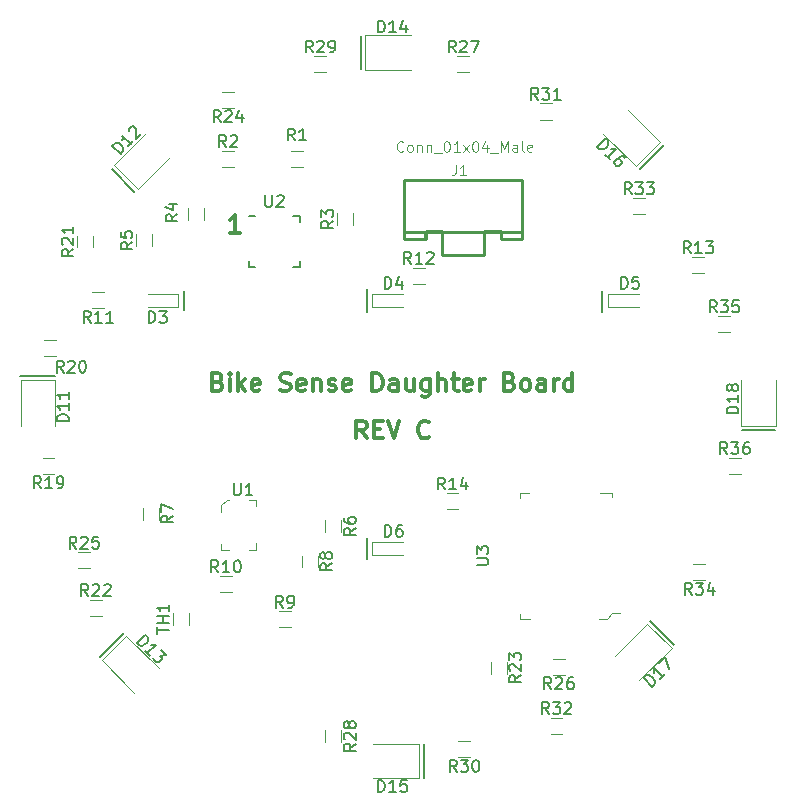
<source format=gbr>
G04 #@! TF.GenerationSoftware,KiCad,Pcbnew,(5.0.2)-1*
G04 #@! TF.CreationDate,2019-02-17T02:34:44-05:00*
G04 #@! TF.ProjectId,bikesenseCap,62696b65-7365-46e7-9365-4361702e6b69,REV B*
G04 #@! TF.SameCoordinates,Original*
G04 #@! TF.FileFunction,Legend,Top*
G04 #@! TF.FilePolarity,Positive*
%FSLAX46Y46*%
G04 Gerber Fmt 4.6, Leading zero omitted, Abs format (unit mm)*
G04 Created by KiCad (PCBNEW (5.0.2)-1) date 2/17/2019 2:34:44 AM*
%MOMM*%
%LPD*%
G01*
G04 APERTURE LIST*
%ADD10C,0.200000*%
%ADD11C,0.300000*%
%ADD12C,0.120000*%
%ADD13C,0.127000*%
%ADD14C,0.254000*%
%ADD15C,0.100000*%
%ADD16C,0.150000*%
%ADD17C,0.101600*%
G04 APERTURE END LIST*
D10*
X147828000Y-111125000D02*
X147828000Y-112903000D01*
X132334000Y-90170000D02*
X132334000Y-91821000D01*
X167767000Y-90170000D02*
X167767000Y-91948000D01*
X147828000Y-90043000D02*
X147828000Y-91948000D01*
D11*
X137080571Y-85260571D02*
X136223428Y-85260571D01*
X136652000Y-85260571D02*
X136652000Y-83760571D01*
X136509142Y-83974857D01*
X136366285Y-84117714D01*
X136223428Y-84189142D01*
D10*
X126238000Y-79883000D02*
X128143000Y-81788000D01*
X147320000Y-68580000D02*
X147320000Y-71374000D01*
X172974000Y-77851000D02*
X170942000Y-79883000D01*
X179578000Y-101981000D02*
X182372000Y-101981000D01*
X171831000Y-118110000D02*
X173863000Y-120142000D01*
X152654000Y-128524000D02*
X152654000Y-131445000D01*
X127254000Y-119126000D02*
X125222000Y-121158000D01*
X118491000Y-97409000D02*
X121412000Y-97409000D01*
D11*
X147821428Y-102678571D02*
X147321428Y-101964285D01*
X146964285Y-102678571D02*
X146964285Y-101178571D01*
X147535714Y-101178571D01*
X147678571Y-101250000D01*
X147750000Y-101321428D01*
X147821428Y-101464285D01*
X147821428Y-101678571D01*
X147750000Y-101821428D01*
X147678571Y-101892857D01*
X147535714Y-101964285D01*
X146964285Y-101964285D01*
X148464285Y-101892857D02*
X148964285Y-101892857D01*
X149178571Y-102678571D02*
X148464285Y-102678571D01*
X148464285Y-101178571D01*
X149178571Y-101178571D01*
X149607142Y-101178571D02*
X150107142Y-102678571D01*
X150607142Y-101178571D01*
X153107142Y-102535714D02*
X153035714Y-102607142D01*
X152821428Y-102678571D01*
X152678571Y-102678571D01*
X152464285Y-102607142D01*
X152321428Y-102464285D01*
X152250000Y-102321428D01*
X152178571Y-102035714D01*
X152178571Y-101821428D01*
X152250000Y-101535714D01*
X152321428Y-101392857D01*
X152464285Y-101250000D01*
X152678571Y-101178571D01*
X152821428Y-101178571D01*
X153035714Y-101250000D01*
X153107142Y-101321428D01*
X135250000Y-97892857D02*
X135464285Y-97964285D01*
X135535714Y-98035714D01*
X135607142Y-98178571D01*
X135607142Y-98392857D01*
X135535714Y-98535714D01*
X135464285Y-98607142D01*
X135321428Y-98678571D01*
X134750000Y-98678571D01*
X134750000Y-97178571D01*
X135250000Y-97178571D01*
X135392857Y-97250000D01*
X135464285Y-97321428D01*
X135535714Y-97464285D01*
X135535714Y-97607142D01*
X135464285Y-97750000D01*
X135392857Y-97821428D01*
X135250000Y-97892857D01*
X134750000Y-97892857D01*
X136250000Y-98678571D02*
X136250000Y-97678571D01*
X136250000Y-97178571D02*
X136178571Y-97250000D01*
X136250000Y-97321428D01*
X136321428Y-97250000D01*
X136250000Y-97178571D01*
X136250000Y-97321428D01*
X136964285Y-98678571D02*
X136964285Y-97178571D01*
X137107142Y-98107142D02*
X137535714Y-98678571D01*
X137535714Y-97678571D02*
X136964285Y-98250000D01*
X138750000Y-98607142D02*
X138607142Y-98678571D01*
X138321428Y-98678571D01*
X138178571Y-98607142D01*
X138107142Y-98464285D01*
X138107142Y-97892857D01*
X138178571Y-97750000D01*
X138321428Y-97678571D01*
X138607142Y-97678571D01*
X138750000Y-97750000D01*
X138821428Y-97892857D01*
X138821428Y-98035714D01*
X138107142Y-98178571D01*
X140535714Y-98607142D02*
X140750000Y-98678571D01*
X141107142Y-98678571D01*
X141250000Y-98607142D01*
X141321428Y-98535714D01*
X141392857Y-98392857D01*
X141392857Y-98250000D01*
X141321428Y-98107142D01*
X141250000Y-98035714D01*
X141107142Y-97964285D01*
X140821428Y-97892857D01*
X140678571Y-97821428D01*
X140607142Y-97750000D01*
X140535714Y-97607142D01*
X140535714Y-97464285D01*
X140607142Y-97321428D01*
X140678571Y-97250000D01*
X140821428Y-97178571D01*
X141178571Y-97178571D01*
X141392857Y-97250000D01*
X142607142Y-98607142D02*
X142464285Y-98678571D01*
X142178571Y-98678571D01*
X142035714Y-98607142D01*
X141964285Y-98464285D01*
X141964285Y-97892857D01*
X142035714Y-97750000D01*
X142178571Y-97678571D01*
X142464285Y-97678571D01*
X142607142Y-97750000D01*
X142678571Y-97892857D01*
X142678571Y-98035714D01*
X141964285Y-98178571D01*
X143321428Y-97678571D02*
X143321428Y-98678571D01*
X143321428Y-97821428D02*
X143392857Y-97750000D01*
X143535714Y-97678571D01*
X143750000Y-97678571D01*
X143892857Y-97750000D01*
X143964285Y-97892857D01*
X143964285Y-98678571D01*
X144607142Y-98607142D02*
X144750000Y-98678571D01*
X145035714Y-98678571D01*
X145178571Y-98607142D01*
X145250000Y-98464285D01*
X145250000Y-98392857D01*
X145178571Y-98250000D01*
X145035714Y-98178571D01*
X144821428Y-98178571D01*
X144678571Y-98107142D01*
X144607142Y-97964285D01*
X144607142Y-97892857D01*
X144678571Y-97750000D01*
X144821428Y-97678571D01*
X145035714Y-97678571D01*
X145178571Y-97750000D01*
X146464285Y-98607142D02*
X146321428Y-98678571D01*
X146035714Y-98678571D01*
X145892857Y-98607142D01*
X145821428Y-98464285D01*
X145821428Y-97892857D01*
X145892857Y-97750000D01*
X146035714Y-97678571D01*
X146321428Y-97678571D01*
X146464285Y-97750000D01*
X146535714Y-97892857D01*
X146535714Y-98035714D01*
X145821428Y-98178571D01*
X148321428Y-98678571D02*
X148321428Y-97178571D01*
X148678571Y-97178571D01*
X148892857Y-97250000D01*
X149035714Y-97392857D01*
X149107142Y-97535714D01*
X149178571Y-97821428D01*
X149178571Y-98035714D01*
X149107142Y-98321428D01*
X149035714Y-98464285D01*
X148892857Y-98607142D01*
X148678571Y-98678571D01*
X148321428Y-98678571D01*
X150464285Y-98678571D02*
X150464285Y-97892857D01*
X150392857Y-97750000D01*
X150250000Y-97678571D01*
X149964285Y-97678571D01*
X149821428Y-97750000D01*
X150464285Y-98607142D02*
X150321428Y-98678571D01*
X149964285Y-98678571D01*
X149821428Y-98607142D01*
X149750000Y-98464285D01*
X149750000Y-98321428D01*
X149821428Y-98178571D01*
X149964285Y-98107142D01*
X150321428Y-98107142D01*
X150464285Y-98035714D01*
X151821428Y-97678571D02*
X151821428Y-98678571D01*
X151178571Y-97678571D02*
X151178571Y-98464285D01*
X151250000Y-98607142D01*
X151392857Y-98678571D01*
X151607142Y-98678571D01*
X151750000Y-98607142D01*
X151821428Y-98535714D01*
X153178571Y-97678571D02*
X153178571Y-98892857D01*
X153107142Y-99035714D01*
X153035714Y-99107142D01*
X152892857Y-99178571D01*
X152678571Y-99178571D01*
X152535714Y-99107142D01*
X153178571Y-98607142D02*
X153035714Y-98678571D01*
X152750000Y-98678571D01*
X152607142Y-98607142D01*
X152535714Y-98535714D01*
X152464285Y-98392857D01*
X152464285Y-97964285D01*
X152535714Y-97821428D01*
X152607142Y-97750000D01*
X152750000Y-97678571D01*
X153035714Y-97678571D01*
X153178571Y-97750000D01*
X153892857Y-98678571D02*
X153892857Y-97178571D01*
X154535714Y-98678571D02*
X154535714Y-97892857D01*
X154464285Y-97750000D01*
X154321428Y-97678571D01*
X154107142Y-97678571D01*
X153964285Y-97750000D01*
X153892857Y-97821428D01*
X155035714Y-97678571D02*
X155607142Y-97678571D01*
X155250000Y-97178571D02*
X155250000Y-98464285D01*
X155321428Y-98607142D01*
X155464285Y-98678571D01*
X155607142Y-98678571D01*
X156678571Y-98607142D02*
X156535714Y-98678571D01*
X156250000Y-98678571D01*
X156107142Y-98607142D01*
X156035714Y-98464285D01*
X156035714Y-97892857D01*
X156107142Y-97750000D01*
X156250000Y-97678571D01*
X156535714Y-97678571D01*
X156678571Y-97750000D01*
X156750000Y-97892857D01*
X156750000Y-98035714D01*
X156035714Y-98178571D01*
X157392857Y-98678571D02*
X157392857Y-97678571D01*
X157392857Y-97964285D02*
X157464285Y-97821428D01*
X157535714Y-97750000D01*
X157678571Y-97678571D01*
X157821428Y-97678571D01*
X159964285Y-97892857D02*
X160178571Y-97964285D01*
X160250000Y-98035714D01*
X160321428Y-98178571D01*
X160321428Y-98392857D01*
X160250000Y-98535714D01*
X160178571Y-98607142D01*
X160035714Y-98678571D01*
X159464285Y-98678571D01*
X159464285Y-97178571D01*
X159964285Y-97178571D01*
X160107142Y-97250000D01*
X160178571Y-97321428D01*
X160250000Y-97464285D01*
X160250000Y-97607142D01*
X160178571Y-97750000D01*
X160107142Y-97821428D01*
X159964285Y-97892857D01*
X159464285Y-97892857D01*
X161178571Y-98678571D02*
X161035714Y-98607142D01*
X160964285Y-98535714D01*
X160892857Y-98392857D01*
X160892857Y-97964285D01*
X160964285Y-97821428D01*
X161035714Y-97750000D01*
X161178571Y-97678571D01*
X161392857Y-97678571D01*
X161535714Y-97750000D01*
X161607142Y-97821428D01*
X161678571Y-97964285D01*
X161678571Y-98392857D01*
X161607142Y-98535714D01*
X161535714Y-98607142D01*
X161392857Y-98678571D01*
X161178571Y-98678571D01*
X162964285Y-98678571D02*
X162964285Y-97892857D01*
X162892857Y-97750000D01*
X162750000Y-97678571D01*
X162464285Y-97678571D01*
X162321428Y-97750000D01*
X162964285Y-98607142D02*
X162821428Y-98678571D01*
X162464285Y-98678571D01*
X162321428Y-98607142D01*
X162250000Y-98464285D01*
X162250000Y-98321428D01*
X162321428Y-98178571D01*
X162464285Y-98107142D01*
X162821428Y-98107142D01*
X162964285Y-98035714D01*
X163678571Y-98678571D02*
X163678571Y-97678571D01*
X163678571Y-97964285D02*
X163750000Y-97821428D01*
X163821428Y-97750000D01*
X163964285Y-97678571D01*
X164107142Y-97678571D01*
X165250000Y-98678571D02*
X165250000Y-97178571D01*
X165250000Y-98607142D02*
X165107142Y-98678571D01*
X164821428Y-98678571D01*
X164678571Y-98607142D01*
X164607142Y-98535714D01*
X164535714Y-98392857D01*
X164535714Y-97964285D01*
X164607142Y-97821428D01*
X164678571Y-97750000D01*
X164821428Y-97678571D01*
X165107142Y-97678571D01*
X165250000Y-97750000D01*
D12*
G04 #@! TO.C,D3*
X131900000Y-91550000D02*
X131900000Y-90450000D01*
X131900000Y-90450000D02*
X129300000Y-90450000D01*
X131900000Y-91550000D02*
X129300000Y-91550000D01*
G04 #@! TO.C,D4*
X148300000Y-90450000D02*
X150900000Y-90450000D01*
X148300000Y-91550000D02*
X150900000Y-91550000D01*
X148300000Y-90450000D02*
X148300000Y-91550000D01*
G04 #@! TO.C,D5*
X168300000Y-90450000D02*
X170900000Y-90450000D01*
X168300000Y-91550000D02*
X170900000Y-91550000D01*
X168300000Y-90450000D02*
X168300000Y-91550000D01*
G04 #@! TO.C,D6*
X148300000Y-111450000D02*
X148300000Y-112550000D01*
X148300000Y-112550000D02*
X150900000Y-112550000D01*
X148300000Y-111450000D02*
X150900000Y-111450000D01*
D13*
G04 #@! TO.C,J1*
X151001280Y-82001780D02*
X151001280Y-83998220D01*
D14*
X160998720Y-81501400D02*
X160998720Y-84498600D01*
X151001280Y-80800360D02*
X151001280Y-85199640D01*
X151001280Y-85199640D02*
X152802140Y-85199640D01*
X159197860Y-85199640D02*
X160998720Y-85199640D01*
X160998720Y-85199640D02*
X160998720Y-80800360D01*
X151001280Y-80800360D02*
X160998720Y-80800360D01*
X151001280Y-85199640D02*
X151001280Y-85799080D01*
X151001280Y-85799080D02*
X152802140Y-85799080D01*
X152802140Y-85799080D02*
X152802140Y-85199640D01*
X152802140Y-85199640D02*
X159197860Y-85199640D01*
X159197860Y-85199640D02*
X159197860Y-85799080D01*
X159197860Y-85799080D02*
X160998720Y-85799080D01*
X160998720Y-85799080D02*
X160998720Y-85199640D01*
X151001280Y-80800360D02*
X160998720Y-80800360D01*
X160998720Y-80800360D02*
X160998720Y-85799080D01*
X151001280Y-85799080D02*
X151001280Y-80800360D01*
X151047000Y-85794000D02*
X152825000Y-85794000D01*
X152825000Y-85794000D02*
X152825000Y-85159000D01*
X152825000Y-85159000D02*
X154222000Y-85159000D01*
X154222000Y-85159000D02*
X154222000Y-87191000D01*
X154222000Y-87191000D02*
X157778000Y-87191000D01*
X157778000Y-87191000D02*
X157778000Y-85159000D01*
X157778000Y-85159000D02*
X159175000Y-85159000D01*
X159175000Y-85159000D02*
X159175000Y-85794000D01*
X159175000Y-85794000D02*
X160953000Y-85794000D01*
D12*
G04 #@! TO.C,R1*
X141400000Y-78320000D02*
X142400000Y-78320000D01*
X142400000Y-79680000D02*
X141400000Y-79680000D01*
G04 #@! TO.C,R2*
X136600000Y-79680000D02*
X135600000Y-79680000D01*
X135600000Y-78320000D02*
X136600000Y-78320000D01*
G04 #@! TO.C,R3*
X145320000Y-84600000D02*
X145320000Y-83600000D01*
X146680000Y-83600000D02*
X146680000Y-84600000D01*
G04 #@! TO.C,R4*
X134030000Y-83150000D02*
X134030000Y-84150000D01*
X132670000Y-84150000D02*
X132670000Y-83150000D01*
G04 #@! TO.C,R5*
X128320000Y-86400000D02*
X128320000Y-85400000D01*
X129680000Y-85400000D02*
X129680000Y-86400000D01*
G04 #@! TO.C,R6*
X144320000Y-110600000D02*
X144320000Y-109600000D01*
X145680000Y-109600000D02*
X145680000Y-110600000D01*
G04 #@! TO.C,R7*
X130220000Y-108550000D02*
X130220000Y-109550000D01*
X128860000Y-109550000D02*
X128860000Y-108550000D01*
G04 #@! TO.C,R8*
X142320000Y-113600000D02*
X142320000Y-112600000D01*
X143680000Y-112600000D02*
X143680000Y-113600000D01*
G04 #@! TO.C,R9*
X140400000Y-117320000D02*
X141400000Y-117320000D01*
X141400000Y-118680000D02*
X140400000Y-118680000D01*
G04 #@! TO.C,R10*
X136400000Y-115680000D02*
X135400000Y-115680000D01*
X135400000Y-114320000D02*
X136400000Y-114320000D01*
G04 #@! TO.C,R11*
X124600000Y-90320000D02*
X125600000Y-90320000D01*
X125600000Y-91680000D02*
X124600000Y-91680000D01*
G04 #@! TO.C,R12*
X151730000Y-88220000D02*
X152730000Y-88220000D01*
X152730000Y-89580000D02*
X151730000Y-89580000D01*
G04 #@! TO.C,R13*
X175400000Y-87320000D02*
X176400000Y-87320000D01*
X176400000Y-88680000D02*
X175400000Y-88680000D01*
G04 #@! TO.C,R14*
X155600000Y-108680000D02*
X154600000Y-108680000D01*
X154600000Y-107320000D02*
X155600000Y-107320000D01*
G04 #@! TO.C,R19*
X121400000Y-105680000D02*
X120400000Y-105680000D01*
X120400000Y-104320000D02*
X121400000Y-104320000D01*
G04 #@! TO.C,R20*
X120500000Y-94320000D02*
X121500000Y-94320000D01*
X121500000Y-95680000D02*
X120500000Y-95680000D01*
G04 #@! TO.C,R21*
X123320000Y-86500000D02*
X123320000Y-85500000D01*
X124680000Y-85500000D02*
X124680000Y-86500000D01*
G04 #@! TO.C,R22*
X124400000Y-116320000D02*
X125400000Y-116320000D01*
X125400000Y-117680000D02*
X124400000Y-117680000D01*
G04 #@! TO.C,R23*
X159680000Y-121600000D02*
X159680000Y-122600000D01*
X158320000Y-122600000D02*
X158320000Y-121600000D01*
G04 #@! TO.C,R24*
X135600000Y-73320000D02*
X136600000Y-73320000D01*
X136600000Y-74680000D02*
X135600000Y-74680000D01*
G04 #@! TO.C,R25*
X124400000Y-113680000D02*
X123400000Y-113680000D01*
X123400000Y-112320000D02*
X124400000Y-112320000D01*
G04 #@! TO.C,R26*
X163600000Y-121320000D02*
X164600000Y-121320000D01*
X164600000Y-122680000D02*
X163600000Y-122680000D01*
G04 #@! TO.C,R27*
X155500000Y-70320000D02*
X156500000Y-70320000D01*
X156500000Y-71680000D02*
X155500000Y-71680000D01*
G04 #@! TO.C,R28*
X144320000Y-128400000D02*
X144320000Y-127400000D01*
X145680000Y-127400000D02*
X145680000Y-128400000D01*
G04 #@! TO.C,R29*
X143400000Y-70320000D02*
X144400000Y-70320000D01*
X144400000Y-71680000D02*
X143400000Y-71680000D01*
G04 #@! TO.C,R30*
X155600000Y-128320000D02*
X156600000Y-128320000D01*
X156600000Y-129680000D02*
X155600000Y-129680000D01*
G04 #@! TO.C,R31*
X162500000Y-74320000D02*
X163500000Y-74320000D01*
X163500000Y-75680000D02*
X162500000Y-75680000D01*
G04 #@! TO.C,R32*
X163400000Y-126320000D02*
X164400000Y-126320000D01*
X164400000Y-127680000D02*
X163400000Y-127680000D01*
G04 #@! TO.C,R33*
X171400000Y-83680000D02*
X170400000Y-83680000D01*
X170400000Y-82320000D02*
X171400000Y-82320000D01*
G04 #@! TO.C,R34*
X175500000Y-113320000D02*
X176500000Y-113320000D01*
X176500000Y-114680000D02*
X175500000Y-114680000D01*
G04 #@! TO.C,R35*
X177600000Y-92320000D02*
X178600000Y-92320000D01*
X178600000Y-93680000D02*
X177600000Y-93680000D01*
G04 #@! TO.C,R36*
X179500000Y-105680000D02*
X178500000Y-105680000D01*
X178500000Y-104320000D02*
X179500000Y-104320000D01*
G04 #@! TO.C,TH1*
X131400000Y-118440000D02*
X131400000Y-117440000D01*
X132760000Y-117440000D02*
X132760000Y-118440000D01*
D15*
G04 #@! TO.C,U1*
X136200000Y-107875000D02*
X135975000Y-107875000D01*
X135975000Y-107875000D02*
X135525000Y-108300000D01*
X135525000Y-108300000D02*
X135525000Y-108950000D01*
X136175000Y-112125000D02*
X135525000Y-112125000D01*
X135525000Y-112125000D02*
X135525000Y-111600000D01*
X138475000Y-111525000D02*
X138475000Y-112125000D01*
X138475000Y-112125000D02*
X137850000Y-112125000D01*
X137850000Y-107875000D02*
X138475000Y-107875000D01*
X138475000Y-107875000D02*
X138475000Y-108425000D01*
D16*
G04 #@! TO.C,U2*
X142150000Y-83850000D02*
X141625000Y-83850000D01*
X142150000Y-88150000D02*
X141625000Y-88150000D01*
X137850000Y-88150000D02*
X138375000Y-88150000D01*
X137850000Y-83850000D02*
X138375000Y-83850000D01*
X142150000Y-88150000D02*
X142150000Y-87625000D01*
X137850000Y-88150000D02*
X137850000Y-87625000D01*
X142150000Y-83850000D02*
X142150000Y-84375000D01*
D15*
G04 #@! TO.C,U3*
X168590000Y-107635000D02*
X168590000Y-107285000D01*
X168590000Y-107285000D02*
X167590000Y-107285000D01*
X160790000Y-107685000D02*
X160790000Y-107285000D01*
X160790000Y-107285000D02*
X161590000Y-107285000D01*
X160790000Y-117585000D02*
X160790000Y-117985000D01*
X160790000Y-117985000D02*
X161640000Y-117985000D01*
X167540000Y-117985000D02*
X168140000Y-117985000D01*
X168140000Y-117985000D02*
X168640000Y-117485000D01*
X168640000Y-117485000D02*
X169240000Y-117485000D01*
D12*
G04 #@! TO.C,D11*
X118540000Y-97715000D02*
X118540000Y-101600000D01*
X121460000Y-97715000D02*
X118540000Y-97715000D01*
X121460000Y-101600000D02*
X121460000Y-97715000D01*
G04 #@! TO.C,D12*
X129143995Y-76790853D02*
X126396885Y-79537963D01*
X126396885Y-79537963D02*
X128461637Y-81602715D01*
X128461637Y-81602715D02*
X131208747Y-78855605D01*
G04 #@! TO.C,D13*
X130208747Y-122143995D02*
X127461637Y-119396885D01*
X127461637Y-119396885D02*
X125396885Y-121461637D01*
X125396885Y-121461637D02*
X128143995Y-124208747D01*
G04 #@! TO.C,D14*
X147715000Y-71460000D02*
X151600000Y-71460000D01*
X147715000Y-68540000D02*
X147715000Y-71460000D01*
X151600000Y-68540000D02*
X147715000Y-68540000D01*
G04 #@! TO.C,D15*
X152285000Y-128540000D02*
X148400000Y-128540000D01*
X152285000Y-131460000D02*
X152285000Y-128540000D01*
X148400000Y-131460000D02*
X152285000Y-131460000D01*
G04 #@! TO.C,D16*
X172693115Y-77583363D02*
X169946005Y-74836253D01*
X170628363Y-79648115D02*
X172693115Y-77583363D01*
X167881253Y-76901005D02*
X170628363Y-79648115D01*
G04 #@! TO.C,D17*
X170901005Y-123163747D02*
X173648115Y-120416637D01*
X173648115Y-120416637D02*
X171583363Y-118351885D01*
X171583363Y-118351885D02*
X168836253Y-121098995D01*
G04 #@! TO.C,D18*
X179540000Y-97750000D02*
X179540000Y-101635000D01*
X179540000Y-101635000D02*
X182460000Y-101635000D01*
X182460000Y-101635000D02*
X182460000Y-97750000D01*
G04 #@! TO.C,D3*
D16*
X129361904Y-92902380D02*
X129361904Y-91902380D01*
X129600000Y-91902380D01*
X129742857Y-91950000D01*
X129838095Y-92045238D01*
X129885714Y-92140476D01*
X129933333Y-92330952D01*
X129933333Y-92473809D01*
X129885714Y-92664285D01*
X129838095Y-92759523D01*
X129742857Y-92854761D01*
X129600000Y-92902380D01*
X129361904Y-92902380D01*
X130266666Y-91902380D02*
X130885714Y-91902380D01*
X130552380Y-92283333D01*
X130695238Y-92283333D01*
X130790476Y-92330952D01*
X130838095Y-92378571D01*
X130885714Y-92473809D01*
X130885714Y-92711904D01*
X130838095Y-92807142D01*
X130790476Y-92854761D01*
X130695238Y-92902380D01*
X130409523Y-92902380D01*
X130314285Y-92854761D01*
X130266666Y-92807142D01*
G04 #@! TO.C,D4*
X149361904Y-90002380D02*
X149361904Y-89002380D01*
X149600000Y-89002380D01*
X149742857Y-89050000D01*
X149838095Y-89145238D01*
X149885714Y-89240476D01*
X149933333Y-89430952D01*
X149933333Y-89573809D01*
X149885714Y-89764285D01*
X149838095Y-89859523D01*
X149742857Y-89954761D01*
X149600000Y-90002380D01*
X149361904Y-90002380D01*
X150790476Y-89335714D02*
X150790476Y-90002380D01*
X150552380Y-88954761D02*
X150314285Y-89669047D01*
X150933333Y-89669047D01*
G04 #@! TO.C,D5*
X169361904Y-90002380D02*
X169361904Y-89002380D01*
X169600000Y-89002380D01*
X169742857Y-89050000D01*
X169838095Y-89145238D01*
X169885714Y-89240476D01*
X169933333Y-89430952D01*
X169933333Y-89573809D01*
X169885714Y-89764285D01*
X169838095Y-89859523D01*
X169742857Y-89954761D01*
X169600000Y-90002380D01*
X169361904Y-90002380D01*
X170838095Y-89002380D02*
X170361904Y-89002380D01*
X170314285Y-89478571D01*
X170361904Y-89430952D01*
X170457142Y-89383333D01*
X170695238Y-89383333D01*
X170790476Y-89430952D01*
X170838095Y-89478571D01*
X170885714Y-89573809D01*
X170885714Y-89811904D01*
X170838095Y-89907142D01*
X170790476Y-89954761D01*
X170695238Y-90002380D01*
X170457142Y-90002380D01*
X170361904Y-89954761D01*
X170314285Y-89907142D01*
G04 #@! TO.C,D6*
X149361904Y-111002380D02*
X149361904Y-110002380D01*
X149600000Y-110002380D01*
X149742857Y-110050000D01*
X149838095Y-110145238D01*
X149885714Y-110240476D01*
X149933333Y-110430952D01*
X149933333Y-110573809D01*
X149885714Y-110764285D01*
X149838095Y-110859523D01*
X149742857Y-110954761D01*
X149600000Y-111002380D01*
X149361904Y-111002380D01*
X150790476Y-110002380D02*
X150600000Y-110002380D01*
X150504761Y-110050000D01*
X150457142Y-110097619D01*
X150361904Y-110240476D01*
X150314285Y-110430952D01*
X150314285Y-110811904D01*
X150361904Y-110907142D01*
X150409523Y-110954761D01*
X150504761Y-111002380D01*
X150695238Y-111002380D01*
X150790476Y-110954761D01*
X150838095Y-110907142D01*
X150885714Y-110811904D01*
X150885714Y-110573809D01*
X150838095Y-110478571D01*
X150790476Y-110430952D01*
X150695238Y-110383333D01*
X150504761Y-110383333D01*
X150409523Y-110430952D01*
X150361904Y-110478571D01*
X150314285Y-110573809D01*
G04 #@! TO.C,J1*
D17*
X155386166Y-79528666D02*
X155386166Y-80163666D01*
X155343833Y-80290666D01*
X155259166Y-80375333D01*
X155132166Y-80417666D01*
X155047500Y-80417666D01*
X156275166Y-80417666D02*
X155767166Y-80417666D01*
X156021166Y-80417666D02*
X156021166Y-79528666D01*
X155936500Y-79655666D01*
X155851833Y-79740333D01*
X155767166Y-79782666D01*
X150941166Y-78317500D02*
X150898833Y-78359833D01*
X150771833Y-78402166D01*
X150687166Y-78402166D01*
X150560166Y-78359833D01*
X150475500Y-78275166D01*
X150433166Y-78190500D01*
X150390833Y-78021166D01*
X150390833Y-77894166D01*
X150433166Y-77724833D01*
X150475500Y-77640166D01*
X150560166Y-77555500D01*
X150687166Y-77513166D01*
X150771833Y-77513166D01*
X150898833Y-77555500D01*
X150941166Y-77597833D01*
X151449166Y-78402166D02*
X151364500Y-78359833D01*
X151322166Y-78317500D01*
X151279833Y-78232833D01*
X151279833Y-77978833D01*
X151322166Y-77894166D01*
X151364500Y-77851833D01*
X151449166Y-77809500D01*
X151576166Y-77809500D01*
X151660833Y-77851833D01*
X151703166Y-77894166D01*
X151745500Y-77978833D01*
X151745500Y-78232833D01*
X151703166Y-78317500D01*
X151660833Y-78359833D01*
X151576166Y-78402166D01*
X151449166Y-78402166D01*
X152126500Y-77809500D02*
X152126500Y-78402166D01*
X152126500Y-77894166D02*
X152168833Y-77851833D01*
X152253500Y-77809500D01*
X152380500Y-77809500D01*
X152465166Y-77851833D01*
X152507500Y-77936500D01*
X152507500Y-78402166D01*
X152930833Y-77809500D02*
X152930833Y-78402166D01*
X152930833Y-77894166D02*
X152973166Y-77851833D01*
X153057833Y-77809500D01*
X153184833Y-77809500D01*
X153269500Y-77851833D01*
X153311833Y-77936500D01*
X153311833Y-78402166D01*
X153523500Y-78486833D02*
X154200833Y-78486833D01*
X154581833Y-77513166D02*
X154666500Y-77513166D01*
X154751166Y-77555500D01*
X154793500Y-77597833D01*
X154835833Y-77682500D01*
X154878166Y-77851833D01*
X154878166Y-78063500D01*
X154835833Y-78232833D01*
X154793500Y-78317500D01*
X154751166Y-78359833D01*
X154666500Y-78402166D01*
X154581833Y-78402166D01*
X154497166Y-78359833D01*
X154454833Y-78317500D01*
X154412500Y-78232833D01*
X154370166Y-78063500D01*
X154370166Y-77851833D01*
X154412500Y-77682500D01*
X154454833Y-77597833D01*
X154497166Y-77555500D01*
X154581833Y-77513166D01*
X155724833Y-78402166D02*
X155216833Y-78402166D01*
X155470833Y-78402166D02*
X155470833Y-77513166D01*
X155386166Y-77640166D01*
X155301500Y-77724833D01*
X155216833Y-77767166D01*
X156021166Y-78402166D02*
X156486833Y-77809500D01*
X156021166Y-77809500D02*
X156486833Y-78402166D01*
X156994833Y-77513166D02*
X157079500Y-77513166D01*
X157164166Y-77555500D01*
X157206500Y-77597833D01*
X157248833Y-77682500D01*
X157291166Y-77851833D01*
X157291166Y-78063500D01*
X157248833Y-78232833D01*
X157206500Y-78317500D01*
X157164166Y-78359833D01*
X157079500Y-78402166D01*
X156994833Y-78402166D01*
X156910166Y-78359833D01*
X156867833Y-78317500D01*
X156825500Y-78232833D01*
X156783166Y-78063500D01*
X156783166Y-77851833D01*
X156825500Y-77682500D01*
X156867833Y-77597833D01*
X156910166Y-77555500D01*
X156994833Y-77513166D01*
X158053166Y-77809500D02*
X158053166Y-78402166D01*
X157841500Y-77470833D02*
X157629833Y-78105833D01*
X158180166Y-78105833D01*
X158307166Y-78486833D02*
X158984500Y-78486833D01*
X159196166Y-78402166D02*
X159196166Y-77513166D01*
X159492500Y-78148166D01*
X159788833Y-77513166D01*
X159788833Y-78402166D01*
X160593166Y-78402166D02*
X160593166Y-77936500D01*
X160550833Y-77851833D01*
X160466166Y-77809500D01*
X160296833Y-77809500D01*
X160212166Y-77851833D01*
X160593166Y-78359833D02*
X160508500Y-78402166D01*
X160296833Y-78402166D01*
X160212166Y-78359833D01*
X160169833Y-78275166D01*
X160169833Y-78190500D01*
X160212166Y-78105833D01*
X160296833Y-78063500D01*
X160508500Y-78063500D01*
X160593166Y-78021166D01*
X161143500Y-78402166D02*
X161058833Y-78359833D01*
X161016500Y-78275166D01*
X161016500Y-77513166D01*
X161820833Y-78359833D02*
X161736166Y-78402166D01*
X161566833Y-78402166D01*
X161482166Y-78359833D01*
X161439833Y-78275166D01*
X161439833Y-77936500D01*
X161482166Y-77851833D01*
X161566833Y-77809500D01*
X161736166Y-77809500D01*
X161820833Y-77851833D01*
X161863166Y-77936500D01*
X161863166Y-78021166D01*
X161439833Y-78105833D01*
G04 #@! TO.C,R1*
D16*
X141733333Y-77452380D02*
X141400000Y-76976190D01*
X141161904Y-77452380D02*
X141161904Y-76452380D01*
X141542857Y-76452380D01*
X141638095Y-76500000D01*
X141685714Y-76547619D01*
X141733333Y-76642857D01*
X141733333Y-76785714D01*
X141685714Y-76880952D01*
X141638095Y-76928571D01*
X141542857Y-76976190D01*
X141161904Y-76976190D01*
X142685714Y-77452380D02*
X142114285Y-77452380D01*
X142400000Y-77452380D02*
X142400000Y-76452380D01*
X142304761Y-76595238D01*
X142209523Y-76690476D01*
X142114285Y-76738095D01*
G04 #@! TO.C,R2*
X135933333Y-78002380D02*
X135600000Y-77526190D01*
X135361904Y-78002380D02*
X135361904Y-77002380D01*
X135742857Y-77002380D01*
X135838095Y-77050000D01*
X135885714Y-77097619D01*
X135933333Y-77192857D01*
X135933333Y-77335714D01*
X135885714Y-77430952D01*
X135838095Y-77478571D01*
X135742857Y-77526190D01*
X135361904Y-77526190D01*
X136314285Y-77097619D02*
X136361904Y-77050000D01*
X136457142Y-77002380D01*
X136695238Y-77002380D01*
X136790476Y-77050000D01*
X136838095Y-77097619D01*
X136885714Y-77192857D01*
X136885714Y-77288095D01*
X136838095Y-77430952D01*
X136266666Y-78002380D01*
X136885714Y-78002380D01*
G04 #@! TO.C,R3*
X145002380Y-84266666D02*
X144526190Y-84600000D01*
X145002380Y-84838095D02*
X144002380Y-84838095D01*
X144002380Y-84457142D01*
X144050000Y-84361904D01*
X144097619Y-84314285D01*
X144192857Y-84266666D01*
X144335714Y-84266666D01*
X144430952Y-84314285D01*
X144478571Y-84361904D01*
X144526190Y-84457142D01*
X144526190Y-84838095D01*
X144002380Y-83933333D02*
X144002380Y-83314285D01*
X144383333Y-83647619D01*
X144383333Y-83504761D01*
X144430952Y-83409523D01*
X144478571Y-83361904D01*
X144573809Y-83314285D01*
X144811904Y-83314285D01*
X144907142Y-83361904D01*
X144954761Y-83409523D01*
X145002380Y-83504761D01*
X145002380Y-83790476D01*
X144954761Y-83885714D01*
X144907142Y-83933333D01*
G04 #@! TO.C,R4*
X131802380Y-83716666D02*
X131326190Y-84050000D01*
X131802380Y-84288095D02*
X130802380Y-84288095D01*
X130802380Y-83907142D01*
X130850000Y-83811904D01*
X130897619Y-83764285D01*
X130992857Y-83716666D01*
X131135714Y-83716666D01*
X131230952Y-83764285D01*
X131278571Y-83811904D01*
X131326190Y-83907142D01*
X131326190Y-84288095D01*
X131135714Y-82859523D02*
X131802380Y-82859523D01*
X130754761Y-83097619D02*
X131469047Y-83335714D01*
X131469047Y-82716666D01*
G04 #@! TO.C,R5*
X128002380Y-86066666D02*
X127526190Y-86400000D01*
X128002380Y-86638095D02*
X127002380Y-86638095D01*
X127002380Y-86257142D01*
X127050000Y-86161904D01*
X127097619Y-86114285D01*
X127192857Y-86066666D01*
X127335714Y-86066666D01*
X127430952Y-86114285D01*
X127478571Y-86161904D01*
X127526190Y-86257142D01*
X127526190Y-86638095D01*
X127002380Y-85161904D02*
X127002380Y-85638095D01*
X127478571Y-85685714D01*
X127430952Y-85638095D01*
X127383333Y-85542857D01*
X127383333Y-85304761D01*
X127430952Y-85209523D01*
X127478571Y-85161904D01*
X127573809Y-85114285D01*
X127811904Y-85114285D01*
X127907142Y-85161904D01*
X127954761Y-85209523D01*
X128002380Y-85304761D01*
X128002380Y-85542857D01*
X127954761Y-85638095D01*
X127907142Y-85685714D01*
G04 #@! TO.C,R6*
X146902380Y-110266666D02*
X146426190Y-110600000D01*
X146902380Y-110838095D02*
X145902380Y-110838095D01*
X145902380Y-110457142D01*
X145950000Y-110361904D01*
X145997619Y-110314285D01*
X146092857Y-110266666D01*
X146235714Y-110266666D01*
X146330952Y-110314285D01*
X146378571Y-110361904D01*
X146426190Y-110457142D01*
X146426190Y-110838095D01*
X145902380Y-109409523D02*
X145902380Y-109600000D01*
X145950000Y-109695238D01*
X145997619Y-109742857D01*
X146140476Y-109838095D01*
X146330952Y-109885714D01*
X146711904Y-109885714D01*
X146807142Y-109838095D01*
X146854761Y-109790476D01*
X146902380Y-109695238D01*
X146902380Y-109504761D01*
X146854761Y-109409523D01*
X146807142Y-109361904D01*
X146711904Y-109314285D01*
X146473809Y-109314285D01*
X146378571Y-109361904D01*
X146330952Y-109409523D01*
X146283333Y-109504761D01*
X146283333Y-109695238D01*
X146330952Y-109790476D01*
X146378571Y-109838095D01*
X146473809Y-109885714D01*
G04 #@! TO.C,R7*
X131442380Y-109216666D02*
X130966190Y-109550000D01*
X131442380Y-109788095D02*
X130442380Y-109788095D01*
X130442380Y-109407142D01*
X130490000Y-109311904D01*
X130537619Y-109264285D01*
X130632857Y-109216666D01*
X130775714Y-109216666D01*
X130870952Y-109264285D01*
X130918571Y-109311904D01*
X130966190Y-109407142D01*
X130966190Y-109788095D01*
X130442380Y-108883333D02*
X130442380Y-108216666D01*
X131442380Y-108645238D01*
G04 #@! TO.C,R8*
X144902380Y-113266666D02*
X144426190Y-113600000D01*
X144902380Y-113838095D02*
X143902380Y-113838095D01*
X143902380Y-113457142D01*
X143950000Y-113361904D01*
X143997619Y-113314285D01*
X144092857Y-113266666D01*
X144235714Y-113266666D01*
X144330952Y-113314285D01*
X144378571Y-113361904D01*
X144426190Y-113457142D01*
X144426190Y-113838095D01*
X144330952Y-112695238D02*
X144283333Y-112790476D01*
X144235714Y-112838095D01*
X144140476Y-112885714D01*
X144092857Y-112885714D01*
X143997619Y-112838095D01*
X143950000Y-112790476D01*
X143902380Y-112695238D01*
X143902380Y-112504761D01*
X143950000Y-112409523D01*
X143997619Y-112361904D01*
X144092857Y-112314285D01*
X144140476Y-112314285D01*
X144235714Y-112361904D01*
X144283333Y-112409523D01*
X144330952Y-112504761D01*
X144330952Y-112695238D01*
X144378571Y-112790476D01*
X144426190Y-112838095D01*
X144521428Y-112885714D01*
X144711904Y-112885714D01*
X144807142Y-112838095D01*
X144854761Y-112790476D01*
X144902380Y-112695238D01*
X144902380Y-112504761D01*
X144854761Y-112409523D01*
X144807142Y-112361904D01*
X144711904Y-112314285D01*
X144521428Y-112314285D01*
X144426190Y-112361904D01*
X144378571Y-112409523D01*
X144330952Y-112504761D01*
G04 #@! TO.C,R9*
X140733333Y-117002380D02*
X140400000Y-116526190D01*
X140161904Y-117002380D02*
X140161904Y-116002380D01*
X140542857Y-116002380D01*
X140638095Y-116050000D01*
X140685714Y-116097619D01*
X140733333Y-116192857D01*
X140733333Y-116335714D01*
X140685714Y-116430952D01*
X140638095Y-116478571D01*
X140542857Y-116526190D01*
X140161904Y-116526190D01*
X141209523Y-117002380D02*
X141400000Y-117002380D01*
X141495238Y-116954761D01*
X141542857Y-116907142D01*
X141638095Y-116764285D01*
X141685714Y-116573809D01*
X141685714Y-116192857D01*
X141638095Y-116097619D01*
X141590476Y-116050000D01*
X141495238Y-116002380D01*
X141304761Y-116002380D01*
X141209523Y-116050000D01*
X141161904Y-116097619D01*
X141114285Y-116192857D01*
X141114285Y-116430952D01*
X141161904Y-116526190D01*
X141209523Y-116573809D01*
X141304761Y-116621428D01*
X141495238Y-116621428D01*
X141590476Y-116573809D01*
X141638095Y-116526190D01*
X141685714Y-116430952D01*
G04 #@! TO.C,R10*
X135257142Y-114002380D02*
X134923809Y-113526190D01*
X134685714Y-114002380D02*
X134685714Y-113002380D01*
X135066666Y-113002380D01*
X135161904Y-113050000D01*
X135209523Y-113097619D01*
X135257142Y-113192857D01*
X135257142Y-113335714D01*
X135209523Y-113430952D01*
X135161904Y-113478571D01*
X135066666Y-113526190D01*
X134685714Y-113526190D01*
X136209523Y-114002380D02*
X135638095Y-114002380D01*
X135923809Y-114002380D02*
X135923809Y-113002380D01*
X135828571Y-113145238D01*
X135733333Y-113240476D01*
X135638095Y-113288095D01*
X136828571Y-113002380D02*
X136923809Y-113002380D01*
X137019047Y-113050000D01*
X137066666Y-113097619D01*
X137114285Y-113192857D01*
X137161904Y-113383333D01*
X137161904Y-113621428D01*
X137114285Y-113811904D01*
X137066666Y-113907142D01*
X137019047Y-113954761D01*
X136923809Y-114002380D01*
X136828571Y-114002380D01*
X136733333Y-113954761D01*
X136685714Y-113907142D01*
X136638095Y-113811904D01*
X136590476Y-113621428D01*
X136590476Y-113383333D01*
X136638095Y-113192857D01*
X136685714Y-113097619D01*
X136733333Y-113050000D01*
X136828571Y-113002380D01*
G04 #@! TO.C,R11*
X124457142Y-92902380D02*
X124123809Y-92426190D01*
X123885714Y-92902380D02*
X123885714Y-91902380D01*
X124266666Y-91902380D01*
X124361904Y-91950000D01*
X124409523Y-91997619D01*
X124457142Y-92092857D01*
X124457142Y-92235714D01*
X124409523Y-92330952D01*
X124361904Y-92378571D01*
X124266666Y-92426190D01*
X123885714Y-92426190D01*
X125409523Y-92902380D02*
X124838095Y-92902380D01*
X125123809Y-92902380D02*
X125123809Y-91902380D01*
X125028571Y-92045238D01*
X124933333Y-92140476D01*
X124838095Y-92188095D01*
X126361904Y-92902380D02*
X125790476Y-92902380D01*
X126076190Y-92902380D02*
X126076190Y-91902380D01*
X125980952Y-92045238D01*
X125885714Y-92140476D01*
X125790476Y-92188095D01*
G04 #@! TO.C,R12*
X151587142Y-87902380D02*
X151253809Y-87426190D01*
X151015714Y-87902380D02*
X151015714Y-86902380D01*
X151396666Y-86902380D01*
X151491904Y-86950000D01*
X151539523Y-86997619D01*
X151587142Y-87092857D01*
X151587142Y-87235714D01*
X151539523Y-87330952D01*
X151491904Y-87378571D01*
X151396666Y-87426190D01*
X151015714Y-87426190D01*
X152539523Y-87902380D02*
X151968095Y-87902380D01*
X152253809Y-87902380D02*
X152253809Y-86902380D01*
X152158571Y-87045238D01*
X152063333Y-87140476D01*
X151968095Y-87188095D01*
X152920476Y-86997619D02*
X152968095Y-86950000D01*
X153063333Y-86902380D01*
X153301428Y-86902380D01*
X153396666Y-86950000D01*
X153444285Y-86997619D01*
X153491904Y-87092857D01*
X153491904Y-87188095D01*
X153444285Y-87330952D01*
X152872857Y-87902380D01*
X153491904Y-87902380D01*
G04 #@! TO.C,R13*
X175257142Y-87002380D02*
X174923809Y-86526190D01*
X174685714Y-87002380D02*
X174685714Y-86002380D01*
X175066666Y-86002380D01*
X175161904Y-86050000D01*
X175209523Y-86097619D01*
X175257142Y-86192857D01*
X175257142Y-86335714D01*
X175209523Y-86430952D01*
X175161904Y-86478571D01*
X175066666Y-86526190D01*
X174685714Y-86526190D01*
X176209523Y-87002380D02*
X175638095Y-87002380D01*
X175923809Y-87002380D02*
X175923809Y-86002380D01*
X175828571Y-86145238D01*
X175733333Y-86240476D01*
X175638095Y-86288095D01*
X176542857Y-86002380D02*
X177161904Y-86002380D01*
X176828571Y-86383333D01*
X176971428Y-86383333D01*
X177066666Y-86430952D01*
X177114285Y-86478571D01*
X177161904Y-86573809D01*
X177161904Y-86811904D01*
X177114285Y-86907142D01*
X177066666Y-86954761D01*
X176971428Y-87002380D01*
X176685714Y-87002380D01*
X176590476Y-86954761D01*
X176542857Y-86907142D01*
G04 #@! TO.C,R14*
X154457142Y-107002380D02*
X154123809Y-106526190D01*
X153885714Y-107002380D02*
X153885714Y-106002380D01*
X154266666Y-106002380D01*
X154361904Y-106050000D01*
X154409523Y-106097619D01*
X154457142Y-106192857D01*
X154457142Y-106335714D01*
X154409523Y-106430952D01*
X154361904Y-106478571D01*
X154266666Y-106526190D01*
X153885714Y-106526190D01*
X155409523Y-107002380D02*
X154838095Y-107002380D01*
X155123809Y-107002380D02*
X155123809Y-106002380D01*
X155028571Y-106145238D01*
X154933333Y-106240476D01*
X154838095Y-106288095D01*
X156266666Y-106335714D02*
X156266666Y-107002380D01*
X156028571Y-105954761D02*
X155790476Y-106669047D01*
X156409523Y-106669047D01*
G04 #@! TO.C,R19*
X120257142Y-106902380D02*
X119923809Y-106426190D01*
X119685714Y-106902380D02*
X119685714Y-105902380D01*
X120066666Y-105902380D01*
X120161904Y-105950000D01*
X120209523Y-105997619D01*
X120257142Y-106092857D01*
X120257142Y-106235714D01*
X120209523Y-106330952D01*
X120161904Y-106378571D01*
X120066666Y-106426190D01*
X119685714Y-106426190D01*
X121209523Y-106902380D02*
X120638095Y-106902380D01*
X120923809Y-106902380D02*
X120923809Y-105902380D01*
X120828571Y-106045238D01*
X120733333Y-106140476D01*
X120638095Y-106188095D01*
X121685714Y-106902380D02*
X121876190Y-106902380D01*
X121971428Y-106854761D01*
X122019047Y-106807142D01*
X122114285Y-106664285D01*
X122161904Y-106473809D01*
X122161904Y-106092857D01*
X122114285Y-105997619D01*
X122066666Y-105950000D01*
X121971428Y-105902380D01*
X121780952Y-105902380D01*
X121685714Y-105950000D01*
X121638095Y-105997619D01*
X121590476Y-106092857D01*
X121590476Y-106330952D01*
X121638095Y-106426190D01*
X121685714Y-106473809D01*
X121780952Y-106521428D01*
X121971428Y-106521428D01*
X122066666Y-106473809D01*
X122114285Y-106426190D01*
X122161904Y-106330952D01*
G04 #@! TO.C,R20*
X122166142Y-97099380D02*
X121832809Y-96623190D01*
X121594714Y-97099380D02*
X121594714Y-96099380D01*
X121975666Y-96099380D01*
X122070904Y-96147000D01*
X122118523Y-96194619D01*
X122166142Y-96289857D01*
X122166142Y-96432714D01*
X122118523Y-96527952D01*
X122070904Y-96575571D01*
X121975666Y-96623190D01*
X121594714Y-96623190D01*
X122547095Y-96194619D02*
X122594714Y-96147000D01*
X122689952Y-96099380D01*
X122928047Y-96099380D01*
X123023285Y-96147000D01*
X123070904Y-96194619D01*
X123118523Y-96289857D01*
X123118523Y-96385095D01*
X123070904Y-96527952D01*
X122499476Y-97099380D01*
X123118523Y-97099380D01*
X123737571Y-96099380D02*
X123832809Y-96099380D01*
X123928047Y-96147000D01*
X123975666Y-96194619D01*
X124023285Y-96289857D01*
X124070904Y-96480333D01*
X124070904Y-96718428D01*
X124023285Y-96908904D01*
X123975666Y-97004142D01*
X123928047Y-97051761D01*
X123832809Y-97099380D01*
X123737571Y-97099380D01*
X123642333Y-97051761D01*
X123594714Y-97004142D01*
X123547095Y-96908904D01*
X123499476Y-96718428D01*
X123499476Y-96480333D01*
X123547095Y-96289857D01*
X123594714Y-96194619D01*
X123642333Y-96147000D01*
X123737571Y-96099380D01*
G04 #@! TO.C,R21*
X123002380Y-86642857D02*
X122526190Y-86976190D01*
X123002380Y-87214285D02*
X122002380Y-87214285D01*
X122002380Y-86833333D01*
X122050000Y-86738095D01*
X122097619Y-86690476D01*
X122192857Y-86642857D01*
X122335714Y-86642857D01*
X122430952Y-86690476D01*
X122478571Y-86738095D01*
X122526190Y-86833333D01*
X122526190Y-87214285D01*
X122097619Y-86261904D02*
X122050000Y-86214285D01*
X122002380Y-86119047D01*
X122002380Y-85880952D01*
X122050000Y-85785714D01*
X122097619Y-85738095D01*
X122192857Y-85690476D01*
X122288095Y-85690476D01*
X122430952Y-85738095D01*
X123002380Y-86309523D01*
X123002380Y-85690476D01*
X123002380Y-84738095D02*
X123002380Y-85309523D01*
X123002380Y-85023809D02*
X122002380Y-85023809D01*
X122145238Y-85119047D01*
X122240476Y-85214285D01*
X122288095Y-85309523D01*
G04 #@! TO.C,R22*
X124257142Y-116002380D02*
X123923809Y-115526190D01*
X123685714Y-116002380D02*
X123685714Y-115002380D01*
X124066666Y-115002380D01*
X124161904Y-115050000D01*
X124209523Y-115097619D01*
X124257142Y-115192857D01*
X124257142Y-115335714D01*
X124209523Y-115430952D01*
X124161904Y-115478571D01*
X124066666Y-115526190D01*
X123685714Y-115526190D01*
X124638095Y-115097619D02*
X124685714Y-115050000D01*
X124780952Y-115002380D01*
X125019047Y-115002380D01*
X125114285Y-115050000D01*
X125161904Y-115097619D01*
X125209523Y-115192857D01*
X125209523Y-115288095D01*
X125161904Y-115430952D01*
X124590476Y-116002380D01*
X125209523Y-116002380D01*
X125590476Y-115097619D02*
X125638095Y-115050000D01*
X125733333Y-115002380D01*
X125971428Y-115002380D01*
X126066666Y-115050000D01*
X126114285Y-115097619D01*
X126161904Y-115192857D01*
X126161904Y-115288095D01*
X126114285Y-115430952D01*
X125542857Y-116002380D01*
X126161904Y-116002380D01*
G04 #@! TO.C,R23*
X160902380Y-122742857D02*
X160426190Y-123076190D01*
X160902380Y-123314285D02*
X159902380Y-123314285D01*
X159902380Y-122933333D01*
X159950000Y-122838095D01*
X159997619Y-122790476D01*
X160092857Y-122742857D01*
X160235714Y-122742857D01*
X160330952Y-122790476D01*
X160378571Y-122838095D01*
X160426190Y-122933333D01*
X160426190Y-123314285D01*
X159997619Y-122361904D02*
X159950000Y-122314285D01*
X159902380Y-122219047D01*
X159902380Y-121980952D01*
X159950000Y-121885714D01*
X159997619Y-121838095D01*
X160092857Y-121790476D01*
X160188095Y-121790476D01*
X160330952Y-121838095D01*
X160902380Y-122409523D01*
X160902380Y-121790476D01*
X159902380Y-121457142D02*
X159902380Y-120838095D01*
X160283333Y-121171428D01*
X160283333Y-121028571D01*
X160330952Y-120933333D01*
X160378571Y-120885714D01*
X160473809Y-120838095D01*
X160711904Y-120838095D01*
X160807142Y-120885714D01*
X160854761Y-120933333D01*
X160902380Y-121028571D01*
X160902380Y-121314285D01*
X160854761Y-121409523D01*
X160807142Y-121457142D01*
G04 #@! TO.C,R24*
X135457142Y-75902380D02*
X135123809Y-75426190D01*
X134885714Y-75902380D02*
X134885714Y-74902380D01*
X135266666Y-74902380D01*
X135361904Y-74950000D01*
X135409523Y-74997619D01*
X135457142Y-75092857D01*
X135457142Y-75235714D01*
X135409523Y-75330952D01*
X135361904Y-75378571D01*
X135266666Y-75426190D01*
X134885714Y-75426190D01*
X135838095Y-74997619D02*
X135885714Y-74950000D01*
X135980952Y-74902380D01*
X136219047Y-74902380D01*
X136314285Y-74950000D01*
X136361904Y-74997619D01*
X136409523Y-75092857D01*
X136409523Y-75188095D01*
X136361904Y-75330952D01*
X135790476Y-75902380D01*
X136409523Y-75902380D01*
X137266666Y-75235714D02*
X137266666Y-75902380D01*
X137028571Y-74854761D02*
X136790476Y-75569047D01*
X137409523Y-75569047D01*
G04 #@! TO.C,R25*
X123257142Y-112002380D02*
X122923809Y-111526190D01*
X122685714Y-112002380D02*
X122685714Y-111002380D01*
X123066666Y-111002380D01*
X123161904Y-111050000D01*
X123209523Y-111097619D01*
X123257142Y-111192857D01*
X123257142Y-111335714D01*
X123209523Y-111430952D01*
X123161904Y-111478571D01*
X123066666Y-111526190D01*
X122685714Y-111526190D01*
X123638095Y-111097619D02*
X123685714Y-111050000D01*
X123780952Y-111002380D01*
X124019047Y-111002380D01*
X124114285Y-111050000D01*
X124161904Y-111097619D01*
X124209523Y-111192857D01*
X124209523Y-111288095D01*
X124161904Y-111430952D01*
X123590476Y-112002380D01*
X124209523Y-112002380D01*
X125114285Y-111002380D02*
X124638095Y-111002380D01*
X124590476Y-111478571D01*
X124638095Y-111430952D01*
X124733333Y-111383333D01*
X124971428Y-111383333D01*
X125066666Y-111430952D01*
X125114285Y-111478571D01*
X125161904Y-111573809D01*
X125161904Y-111811904D01*
X125114285Y-111907142D01*
X125066666Y-111954761D01*
X124971428Y-112002380D01*
X124733333Y-112002380D01*
X124638095Y-111954761D01*
X124590476Y-111907142D01*
G04 #@! TO.C,R26*
X163457142Y-123902380D02*
X163123809Y-123426190D01*
X162885714Y-123902380D02*
X162885714Y-122902380D01*
X163266666Y-122902380D01*
X163361904Y-122950000D01*
X163409523Y-122997619D01*
X163457142Y-123092857D01*
X163457142Y-123235714D01*
X163409523Y-123330952D01*
X163361904Y-123378571D01*
X163266666Y-123426190D01*
X162885714Y-123426190D01*
X163838095Y-122997619D02*
X163885714Y-122950000D01*
X163980952Y-122902380D01*
X164219047Y-122902380D01*
X164314285Y-122950000D01*
X164361904Y-122997619D01*
X164409523Y-123092857D01*
X164409523Y-123188095D01*
X164361904Y-123330952D01*
X163790476Y-123902380D01*
X164409523Y-123902380D01*
X165266666Y-122902380D02*
X165076190Y-122902380D01*
X164980952Y-122950000D01*
X164933333Y-122997619D01*
X164838095Y-123140476D01*
X164790476Y-123330952D01*
X164790476Y-123711904D01*
X164838095Y-123807142D01*
X164885714Y-123854761D01*
X164980952Y-123902380D01*
X165171428Y-123902380D01*
X165266666Y-123854761D01*
X165314285Y-123807142D01*
X165361904Y-123711904D01*
X165361904Y-123473809D01*
X165314285Y-123378571D01*
X165266666Y-123330952D01*
X165171428Y-123283333D01*
X164980952Y-123283333D01*
X164885714Y-123330952D01*
X164838095Y-123378571D01*
X164790476Y-123473809D01*
G04 #@! TO.C,R27*
X155357142Y-70002380D02*
X155023809Y-69526190D01*
X154785714Y-70002380D02*
X154785714Y-69002380D01*
X155166666Y-69002380D01*
X155261904Y-69050000D01*
X155309523Y-69097619D01*
X155357142Y-69192857D01*
X155357142Y-69335714D01*
X155309523Y-69430952D01*
X155261904Y-69478571D01*
X155166666Y-69526190D01*
X154785714Y-69526190D01*
X155738095Y-69097619D02*
X155785714Y-69050000D01*
X155880952Y-69002380D01*
X156119047Y-69002380D01*
X156214285Y-69050000D01*
X156261904Y-69097619D01*
X156309523Y-69192857D01*
X156309523Y-69288095D01*
X156261904Y-69430952D01*
X155690476Y-70002380D01*
X156309523Y-70002380D01*
X156642857Y-69002380D02*
X157309523Y-69002380D01*
X156880952Y-70002380D01*
G04 #@! TO.C,R28*
X146902380Y-128542857D02*
X146426190Y-128876190D01*
X146902380Y-129114285D02*
X145902380Y-129114285D01*
X145902380Y-128733333D01*
X145950000Y-128638095D01*
X145997619Y-128590476D01*
X146092857Y-128542857D01*
X146235714Y-128542857D01*
X146330952Y-128590476D01*
X146378571Y-128638095D01*
X146426190Y-128733333D01*
X146426190Y-129114285D01*
X145997619Y-128161904D02*
X145950000Y-128114285D01*
X145902380Y-128019047D01*
X145902380Y-127780952D01*
X145950000Y-127685714D01*
X145997619Y-127638095D01*
X146092857Y-127590476D01*
X146188095Y-127590476D01*
X146330952Y-127638095D01*
X146902380Y-128209523D01*
X146902380Y-127590476D01*
X146330952Y-127019047D02*
X146283333Y-127114285D01*
X146235714Y-127161904D01*
X146140476Y-127209523D01*
X146092857Y-127209523D01*
X145997619Y-127161904D01*
X145950000Y-127114285D01*
X145902380Y-127019047D01*
X145902380Y-126828571D01*
X145950000Y-126733333D01*
X145997619Y-126685714D01*
X146092857Y-126638095D01*
X146140476Y-126638095D01*
X146235714Y-126685714D01*
X146283333Y-126733333D01*
X146330952Y-126828571D01*
X146330952Y-127019047D01*
X146378571Y-127114285D01*
X146426190Y-127161904D01*
X146521428Y-127209523D01*
X146711904Y-127209523D01*
X146807142Y-127161904D01*
X146854761Y-127114285D01*
X146902380Y-127019047D01*
X146902380Y-126828571D01*
X146854761Y-126733333D01*
X146807142Y-126685714D01*
X146711904Y-126638095D01*
X146521428Y-126638095D01*
X146426190Y-126685714D01*
X146378571Y-126733333D01*
X146330952Y-126828571D01*
G04 #@! TO.C,R29*
X143257142Y-70002380D02*
X142923809Y-69526190D01*
X142685714Y-70002380D02*
X142685714Y-69002380D01*
X143066666Y-69002380D01*
X143161904Y-69050000D01*
X143209523Y-69097619D01*
X143257142Y-69192857D01*
X143257142Y-69335714D01*
X143209523Y-69430952D01*
X143161904Y-69478571D01*
X143066666Y-69526190D01*
X142685714Y-69526190D01*
X143638095Y-69097619D02*
X143685714Y-69050000D01*
X143780952Y-69002380D01*
X144019047Y-69002380D01*
X144114285Y-69050000D01*
X144161904Y-69097619D01*
X144209523Y-69192857D01*
X144209523Y-69288095D01*
X144161904Y-69430952D01*
X143590476Y-70002380D01*
X144209523Y-70002380D01*
X144685714Y-70002380D02*
X144876190Y-70002380D01*
X144971428Y-69954761D01*
X145019047Y-69907142D01*
X145114285Y-69764285D01*
X145161904Y-69573809D01*
X145161904Y-69192857D01*
X145114285Y-69097619D01*
X145066666Y-69050000D01*
X144971428Y-69002380D01*
X144780952Y-69002380D01*
X144685714Y-69050000D01*
X144638095Y-69097619D01*
X144590476Y-69192857D01*
X144590476Y-69430952D01*
X144638095Y-69526190D01*
X144685714Y-69573809D01*
X144780952Y-69621428D01*
X144971428Y-69621428D01*
X145066666Y-69573809D01*
X145114285Y-69526190D01*
X145161904Y-69430952D01*
G04 #@! TO.C,R30*
X155457142Y-130902380D02*
X155123809Y-130426190D01*
X154885714Y-130902380D02*
X154885714Y-129902380D01*
X155266666Y-129902380D01*
X155361904Y-129950000D01*
X155409523Y-129997619D01*
X155457142Y-130092857D01*
X155457142Y-130235714D01*
X155409523Y-130330952D01*
X155361904Y-130378571D01*
X155266666Y-130426190D01*
X154885714Y-130426190D01*
X155790476Y-129902380D02*
X156409523Y-129902380D01*
X156076190Y-130283333D01*
X156219047Y-130283333D01*
X156314285Y-130330952D01*
X156361904Y-130378571D01*
X156409523Y-130473809D01*
X156409523Y-130711904D01*
X156361904Y-130807142D01*
X156314285Y-130854761D01*
X156219047Y-130902380D01*
X155933333Y-130902380D01*
X155838095Y-130854761D01*
X155790476Y-130807142D01*
X157028571Y-129902380D02*
X157123809Y-129902380D01*
X157219047Y-129950000D01*
X157266666Y-129997619D01*
X157314285Y-130092857D01*
X157361904Y-130283333D01*
X157361904Y-130521428D01*
X157314285Y-130711904D01*
X157266666Y-130807142D01*
X157219047Y-130854761D01*
X157123809Y-130902380D01*
X157028571Y-130902380D01*
X156933333Y-130854761D01*
X156885714Y-130807142D01*
X156838095Y-130711904D01*
X156790476Y-130521428D01*
X156790476Y-130283333D01*
X156838095Y-130092857D01*
X156885714Y-129997619D01*
X156933333Y-129950000D01*
X157028571Y-129902380D01*
G04 #@! TO.C,R31*
X162357142Y-74002380D02*
X162023809Y-73526190D01*
X161785714Y-74002380D02*
X161785714Y-73002380D01*
X162166666Y-73002380D01*
X162261904Y-73050000D01*
X162309523Y-73097619D01*
X162357142Y-73192857D01*
X162357142Y-73335714D01*
X162309523Y-73430952D01*
X162261904Y-73478571D01*
X162166666Y-73526190D01*
X161785714Y-73526190D01*
X162690476Y-73002380D02*
X163309523Y-73002380D01*
X162976190Y-73383333D01*
X163119047Y-73383333D01*
X163214285Y-73430952D01*
X163261904Y-73478571D01*
X163309523Y-73573809D01*
X163309523Y-73811904D01*
X163261904Y-73907142D01*
X163214285Y-73954761D01*
X163119047Y-74002380D01*
X162833333Y-74002380D01*
X162738095Y-73954761D01*
X162690476Y-73907142D01*
X164261904Y-74002380D02*
X163690476Y-74002380D01*
X163976190Y-74002380D02*
X163976190Y-73002380D01*
X163880952Y-73145238D01*
X163785714Y-73240476D01*
X163690476Y-73288095D01*
G04 #@! TO.C,R32*
X163257142Y-126002380D02*
X162923809Y-125526190D01*
X162685714Y-126002380D02*
X162685714Y-125002380D01*
X163066666Y-125002380D01*
X163161904Y-125050000D01*
X163209523Y-125097619D01*
X163257142Y-125192857D01*
X163257142Y-125335714D01*
X163209523Y-125430952D01*
X163161904Y-125478571D01*
X163066666Y-125526190D01*
X162685714Y-125526190D01*
X163590476Y-125002380D02*
X164209523Y-125002380D01*
X163876190Y-125383333D01*
X164019047Y-125383333D01*
X164114285Y-125430952D01*
X164161904Y-125478571D01*
X164209523Y-125573809D01*
X164209523Y-125811904D01*
X164161904Y-125907142D01*
X164114285Y-125954761D01*
X164019047Y-126002380D01*
X163733333Y-126002380D01*
X163638095Y-125954761D01*
X163590476Y-125907142D01*
X164590476Y-125097619D02*
X164638095Y-125050000D01*
X164733333Y-125002380D01*
X164971428Y-125002380D01*
X165066666Y-125050000D01*
X165114285Y-125097619D01*
X165161904Y-125192857D01*
X165161904Y-125288095D01*
X165114285Y-125430952D01*
X164542857Y-126002380D01*
X165161904Y-126002380D01*
G04 #@! TO.C,R33*
X170257142Y-82002380D02*
X169923809Y-81526190D01*
X169685714Y-82002380D02*
X169685714Y-81002380D01*
X170066666Y-81002380D01*
X170161904Y-81050000D01*
X170209523Y-81097619D01*
X170257142Y-81192857D01*
X170257142Y-81335714D01*
X170209523Y-81430952D01*
X170161904Y-81478571D01*
X170066666Y-81526190D01*
X169685714Y-81526190D01*
X170590476Y-81002380D02*
X171209523Y-81002380D01*
X170876190Y-81383333D01*
X171019047Y-81383333D01*
X171114285Y-81430952D01*
X171161904Y-81478571D01*
X171209523Y-81573809D01*
X171209523Y-81811904D01*
X171161904Y-81907142D01*
X171114285Y-81954761D01*
X171019047Y-82002380D01*
X170733333Y-82002380D01*
X170638095Y-81954761D01*
X170590476Y-81907142D01*
X171542857Y-81002380D02*
X172161904Y-81002380D01*
X171828571Y-81383333D01*
X171971428Y-81383333D01*
X172066666Y-81430952D01*
X172114285Y-81478571D01*
X172161904Y-81573809D01*
X172161904Y-81811904D01*
X172114285Y-81907142D01*
X172066666Y-81954761D01*
X171971428Y-82002380D01*
X171685714Y-82002380D01*
X171590476Y-81954761D01*
X171542857Y-81907142D01*
G04 #@! TO.C,R34*
X175357142Y-115902380D02*
X175023809Y-115426190D01*
X174785714Y-115902380D02*
X174785714Y-114902380D01*
X175166666Y-114902380D01*
X175261904Y-114950000D01*
X175309523Y-114997619D01*
X175357142Y-115092857D01*
X175357142Y-115235714D01*
X175309523Y-115330952D01*
X175261904Y-115378571D01*
X175166666Y-115426190D01*
X174785714Y-115426190D01*
X175690476Y-114902380D02*
X176309523Y-114902380D01*
X175976190Y-115283333D01*
X176119047Y-115283333D01*
X176214285Y-115330952D01*
X176261904Y-115378571D01*
X176309523Y-115473809D01*
X176309523Y-115711904D01*
X176261904Y-115807142D01*
X176214285Y-115854761D01*
X176119047Y-115902380D01*
X175833333Y-115902380D01*
X175738095Y-115854761D01*
X175690476Y-115807142D01*
X177166666Y-115235714D02*
X177166666Y-115902380D01*
X176928571Y-114854761D02*
X176690476Y-115569047D01*
X177309523Y-115569047D01*
G04 #@! TO.C,R35*
X177457142Y-92002380D02*
X177123809Y-91526190D01*
X176885714Y-92002380D02*
X176885714Y-91002380D01*
X177266666Y-91002380D01*
X177361904Y-91050000D01*
X177409523Y-91097619D01*
X177457142Y-91192857D01*
X177457142Y-91335714D01*
X177409523Y-91430952D01*
X177361904Y-91478571D01*
X177266666Y-91526190D01*
X176885714Y-91526190D01*
X177790476Y-91002380D02*
X178409523Y-91002380D01*
X178076190Y-91383333D01*
X178219047Y-91383333D01*
X178314285Y-91430952D01*
X178361904Y-91478571D01*
X178409523Y-91573809D01*
X178409523Y-91811904D01*
X178361904Y-91907142D01*
X178314285Y-91954761D01*
X178219047Y-92002380D01*
X177933333Y-92002380D01*
X177838095Y-91954761D01*
X177790476Y-91907142D01*
X179314285Y-91002380D02*
X178838095Y-91002380D01*
X178790476Y-91478571D01*
X178838095Y-91430952D01*
X178933333Y-91383333D01*
X179171428Y-91383333D01*
X179266666Y-91430952D01*
X179314285Y-91478571D01*
X179361904Y-91573809D01*
X179361904Y-91811904D01*
X179314285Y-91907142D01*
X179266666Y-91954761D01*
X179171428Y-92002380D01*
X178933333Y-92002380D01*
X178838095Y-91954761D01*
X178790476Y-91907142D01*
G04 #@! TO.C,R36*
X178357142Y-104002380D02*
X178023809Y-103526190D01*
X177785714Y-104002380D02*
X177785714Y-103002380D01*
X178166666Y-103002380D01*
X178261904Y-103050000D01*
X178309523Y-103097619D01*
X178357142Y-103192857D01*
X178357142Y-103335714D01*
X178309523Y-103430952D01*
X178261904Y-103478571D01*
X178166666Y-103526190D01*
X177785714Y-103526190D01*
X178690476Y-103002380D02*
X179309523Y-103002380D01*
X178976190Y-103383333D01*
X179119047Y-103383333D01*
X179214285Y-103430952D01*
X179261904Y-103478571D01*
X179309523Y-103573809D01*
X179309523Y-103811904D01*
X179261904Y-103907142D01*
X179214285Y-103954761D01*
X179119047Y-104002380D01*
X178833333Y-104002380D01*
X178738095Y-103954761D01*
X178690476Y-103907142D01*
X180166666Y-103002380D02*
X179976190Y-103002380D01*
X179880952Y-103050000D01*
X179833333Y-103097619D01*
X179738095Y-103240476D01*
X179690476Y-103430952D01*
X179690476Y-103811904D01*
X179738095Y-103907142D01*
X179785714Y-103954761D01*
X179880952Y-104002380D01*
X180071428Y-104002380D01*
X180166666Y-103954761D01*
X180214285Y-103907142D01*
X180261904Y-103811904D01*
X180261904Y-103573809D01*
X180214285Y-103478571D01*
X180166666Y-103430952D01*
X180071428Y-103383333D01*
X179880952Y-103383333D01*
X179785714Y-103430952D01*
X179738095Y-103478571D01*
X179690476Y-103573809D01*
G04 #@! TO.C,TH1*
X130082380Y-119225714D02*
X130082380Y-118654285D01*
X131082380Y-118940000D02*
X130082380Y-118940000D01*
X131082380Y-118320952D02*
X130082380Y-118320952D01*
X130558571Y-118320952D02*
X130558571Y-117749523D01*
X131082380Y-117749523D02*
X130082380Y-117749523D01*
X131082380Y-116749523D02*
X131082380Y-117320952D01*
X131082380Y-117035238D02*
X130082380Y-117035238D01*
X130225238Y-117130476D01*
X130320476Y-117225714D01*
X130368095Y-117320952D01*
G04 #@! TO.C,U1*
X136588095Y-106477380D02*
X136588095Y-107286904D01*
X136635714Y-107382142D01*
X136683333Y-107429761D01*
X136778571Y-107477380D01*
X136969047Y-107477380D01*
X137064285Y-107429761D01*
X137111904Y-107382142D01*
X137159523Y-107286904D01*
X137159523Y-106477380D01*
X138159523Y-107477380D02*
X137588095Y-107477380D01*
X137873809Y-107477380D02*
X137873809Y-106477380D01*
X137778571Y-106620238D01*
X137683333Y-106715476D01*
X137588095Y-106763095D01*
G04 #@! TO.C,U2*
X139238095Y-82077380D02*
X139238095Y-82886904D01*
X139285714Y-82982142D01*
X139333333Y-83029761D01*
X139428571Y-83077380D01*
X139619047Y-83077380D01*
X139714285Y-83029761D01*
X139761904Y-82982142D01*
X139809523Y-82886904D01*
X139809523Y-82077380D01*
X140238095Y-82172619D02*
X140285714Y-82125000D01*
X140380952Y-82077380D01*
X140619047Y-82077380D01*
X140714285Y-82125000D01*
X140761904Y-82172619D01*
X140809523Y-82267857D01*
X140809523Y-82363095D01*
X140761904Y-82505952D01*
X140190476Y-83077380D01*
X140809523Y-83077380D01*
G04 #@! TO.C,U3*
X157142380Y-113396904D02*
X157951904Y-113396904D01*
X158047142Y-113349285D01*
X158094761Y-113301666D01*
X158142380Y-113206428D01*
X158142380Y-113015952D01*
X158094761Y-112920714D01*
X158047142Y-112873095D01*
X157951904Y-112825476D01*
X157142380Y-112825476D01*
X157142380Y-112444523D02*
X157142380Y-111825476D01*
X157523333Y-112158809D01*
X157523333Y-112015952D01*
X157570952Y-111920714D01*
X157618571Y-111873095D01*
X157713809Y-111825476D01*
X157951904Y-111825476D01*
X158047142Y-111873095D01*
X158094761Y-111920714D01*
X158142380Y-112015952D01*
X158142380Y-112301666D01*
X158094761Y-112396904D01*
X158047142Y-112444523D01*
G04 #@! TO.C,D11*
X122597380Y-101214285D02*
X121597380Y-101214285D01*
X121597380Y-100976190D01*
X121645000Y-100833333D01*
X121740238Y-100738095D01*
X121835476Y-100690476D01*
X122025952Y-100642857D01*
X122168809Y-100642857D01*
X122359285Y-100690476D01*
X122454523Y-100738095D01*
X122549761Y-100833333D01*
X122597380Y-100976190D01*
X122597380Y-101214285D01*
X122597380Y-99690476D02*
X122597380Y-100261904D01*
X122597380Y-99976190D02*
X121597380Y-99976190D01*
X121740238Y-100071428D01*
X121835476Y-100166666D01*
X121883095Y-100261904D01*
X122597380Y-98738095D02*
X122597380Y-99309523D01*
X122597380Y-99023809D02*
X121597380Y-99023809D01*
X121740238Y-99119047D01*
X121835476Y-99214285D01*
X121883095Y-99309523D01*
G04 #@! TO.C,D12*
X126989507Y-78616367D02*
X126282401Y-77909260D01*
X126450759Y-77740901D01*
X126585446Y-77673558D01*
X126720133Y-77673558D01*
X126821149Y-77707230D01*
X126989507Y-77808245D01*
X127090523Y-77909260D01*
X127191538Y-78077619D01*
X127225210Y-78178634D01*
X127225210Y-78313321D01*
X127157866Y-78448008D01*
X126989507Y-78616367D01*
X128067004Y-77538871D02*
X127662943Y-77942932D01*
X127864973Y-77740901D02*
X127157866Y-77033794D01*
X127191538Y-77202153D01*
X127191538Y-77336840D01*
X127157866Y-77437856D01*
X127696614Y-76629733D02*
X127696614Y-76562390D01*
X127730286Y-76461375D01*
X127898645Y-76293016D01*
X127999660Y-76259344D01*
X128067004Y-76259344D01*
X128168019Y-76293016D01*
X128235362Y-76360359D01*
X128302706Y-76495046D01*
X128302706Y-77303168D01*
X128740439Y-76865436D01*
G04 #@! TO.C,D13*
X128383232Y-119989507D02*
X129090339Y-119282401D01*
X129258698Y-119450759D01*
X129326041Y-119585446D01*
X129326041Y-119720133D01*
X129292369Y-119821149D01*
X129191354Y-119989507D01*
X129090339Y-120090523D01*
X128921980Y-120191538D01*
X128820965Y-120225210D01*
X128686278Y-120225210D01*
X128551591Y-120157866D01*
X128383232Y-119989507D01*
X129460728Y-121067004D02*
X129056667Y-120662943D01*
X129258698Y-120864973D02*
X129965805Y-120157866D01*
X129797446Y-120191538D01*
X129662759Y-120191538D01*
X129561744Y-120157866D01*
X130403537Y-120595599D02*
X130841270Y-121033332D01*
X130336194Y-121067004D01*
X130437209Y-121168019D01*
X130470881Y-121269034D01*
X130470881Y-121336378D01*
X130437209Y-121437393D01*
X130268850Y-121605752D01*
X130167835Y-121639423D01*
X130100492Y-121639423D01*
X129999476Y-121605752D01*
X129797446Y-121403721D01*
X129763774Y-121302706D01*
X129763774Y-121235362D01*
G04 #@! TO.C,D14*
X148785714Y-68307380D02*
X148785714Y-67307380D01*
X149023809Y-67307380D01*
X149166666Y-67355000D01*
X149261904Y-67450238D01*
X149309523Y-67545476D01*
X149357142Y-67735952D01*
X149357142Y-67878809D01*
X149309523Y-68069285D01*
X149261904Y-68164523D01*
X149166666Y-68259761D01*
X149023809Y-68307380D01*
X148785714Y-68307380D01*
X150309523Y-68307380D02*
X149738095Y-68307380D01*
X150023809Y-68307380D02*
X150023809Y-67307380D01*
X149928571Y-67450238D01*
X149833333Y-67545476D01*
X149738095Y-67593095D01*
X151166666Y-67640714D02*
X151166666Y-68307380D01*
X150928571Y-67259761D02*
X150690476Y-67974047D01*
X151309523Y-67974047D01*
G04 #@! TO.C,D15*
X148785714Y-132597380D02*
X148785714Y-131597380D01*
X149023809Y-131597380D01*
X149166666Y-131645000D01*
X149261904Y-131740238D01*
X149309523Y-131835476D01*
X149357142Y-132025952D01*
X149357142Y-132168809D01*
X149309523Y-132359285D01*
X149261904Y-132454523D01*
X149166666Y-132549761D01*
X149023809Y-132597380D01*
X148785714Y-132597380D01*
X150309523Y-132597380D02*
X149738095Y-132597380D01*
X150023809Y-132597380D02*
X150023809Y-131597380D01*
X149928571Y-131740238D01*
X149833333Y-131835476D01*
X149738095Y-131883095D01*
X151214285Y-131597380D02*
X150738095Y-131597380D01*
X150690476Y-132073571D01*
X150738095Y-132025952D01*
X150833333Y-131978333D01*
X151071428Y-131978333D01*
X151166666Y-132025952D01*
X151214285Y-132073571D01*
X151261904Y-132168809D01*
X151261904Y-132406904D01*
X151214285Y-132502142D01*
X151166666Y-132549761D01*
X151071428Y-132597380D01*
X150833333Y-132597380D01*
X150738095Y-132549761D01*
X150690476Y-132502142D01*
G04 #@! TO.C,D16*
X167349744Y-77977995D02*
X168056851Y-77270889D01*
X168225210Y-77439247D01*
X168292553Y-77573934D01*
X168292553Y-77708621D01*
X168258881Y-77809637D01*
X168157866Y-77977995D01*
X168056851Y-78079011D01*
X167888492Y-78180026D01*
X167787477Y-78213698D01*
X167652790Y-78213698D01*
X167518103Y-78146354D01*
X167349744Y-77977995D01*
X168427240Y-79055492D02*
X168023179Y-78651431D01*
X168225210Y-78853461D02*
X168932317Y-78146354D01*
X168763958Y-78180026D01*
X168629271Y-78180026D01*
X168528256Y-78146354D01*
X169740439Y-78954476D02*
X169605752Y-78819789D01*
X169504736Y-78786118D01*
X169437393Y-78786118D01*
X169269034Y-78819789D01*
X169100675Y-78920805D01*
X168831301Y-79190179D01*
X168797630Y-79291194D01*
X168797630Y-79358537D01*
X168831301Y-79459553D01*
X168965988Y-79594240D01*
X169067004Y-79627911D01*
X169134347Y-79627911D01*
X169235362Y-79594240D01*
X169403721Y-79425881D01*
X169437393Y-79324866D01*
X169437393Y-79257522D01*
X169403721Y-79156507D01*
X169269034Y-79021820D01*
X169168019Y-78988148D01*
X169100675Y-78988148D01*
X168999660Y-79021820D01*
G04 #@! TO.C,D17*
X171977995Y-123695255D02*
X171270889Y-122988148D01*
X171439247Y-122819789D01*
X171573934Y-122752446D01*
X171708621Y-122752446D01*
X171809637Y-122786118D01*
X171977995Y-122887133D01*
X172079011Y-122988148D01*
X172180026Y-123156507D01*
X172213698Y-123257522D01*
X172213698Y-123392209D01*
X172146354Y-123526896D01*
X171977995Y-123695255D01*
X173055492Y-122617759D02*
X172651431Y-123021820D01*
X172853461Y-122819789D02*
X172146354Y-122112682D01*
X172180026Y-122281041D01*
X172180026Y-122415728D01*
X172146354Y-122516744D01*
X172584087Y-121674950D02*
X173055492Y-121203545D01*
X173459553Y-122213698D01*
G04 #@! TO.C,D18*
X179307380Y-100564285D02*
X178307380Y-100564285D01*
X178307380Y-100326190D01*
X178355000Y-100183333D01*
X178450238Y-100088095D01*
X178545476Y-100040476D01*
X178735952Y-99992857D01*
X178878809Y-99992857D01*
X179069285Y-100040476D01*
X179164523Y-100088095D01*
X179259761Y-100183333D01*
X179307380Y-100326190D01*
X179307380Y-100564285D01*
X179307380Y-99040476D02*
X179307380Y-99611904D01*
X179307380Y-99326190D02*
X178307380Y-99326190D01*
X178450238Y-99421428D01*
X178545476Y-99516666D01*
X178593095Y-99611904D01*
X178735952Y-98469047D02*
X178688333Y-98564285D01*
X178640714Y-98611904D01*
X178545476Y-98659523D01*
X178497857Y-98659523D01*
X178402619Y-98611904D01*
X178355000Y-98564285D01*
X178307380Y-98469047D01*
X178307380Y-98278571D01*
X178355000Y-98183333D01*
X178402619Y-98135714D01*
X178497857Y-98088095D01*
X178545476Y-98088095D01*
X178640714Y-98135714D01*
X178688333Y-98183333D01*
X178735952Y-98278571D01*
X178735952Y-98469047D01*
X178783571Y-98564285D01*
X178831190Y-98611904D01*
X178926428Y-98659523D01*
X179116904Y-98659523D01*
X179212142Y-98611904D01*
X179259761Y-98564285D01*
X179307380Y-98469047D01*
X179307380Y-98278571D01*
X179259761Y-98183333D01*
X179212142Y-98135714D01*
X179116904Y-98088095D01*
X178926428Y-98088095D01*
X178831190Y-98135714D01*
X178783571Y-98183333D01*
X178735952Y-98278571D01*
G04 #@! TD*
M02*

</source>
